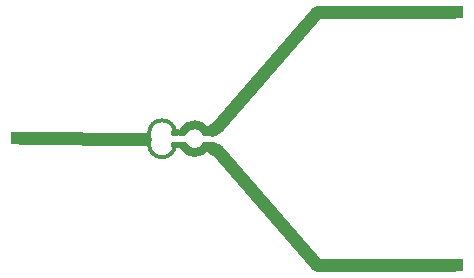
<source format=gbr>
%TF.GenerationSoftware,KiCad,Pcbnew,9.0.4*%
%TF.CreationDate,2025-10-22T15:59:13-07:00*%
%TF.ProjectId,test,74657374-2e6b-4696-9361-645f70636258,rev?*%
%TF.SameCoordinates,Original*%
%TF.FileFunction,Copper,L1,Top*%
%TF.FilePolarity,Positive*%
%FSLAX46Y46*%
G04 Gerber Fmt 4.6, Leading zero omitted, Abs format (unit mm)*
G04 Created by KiCad (PCBNEW 9.0.4) date 2025-10-22 15:59:13*
%MOMM*%
%LPD*%
G01*
G04 APERTURE LIST*
G04 Aperture macros list*
%AMRoundRect*
0 Rectangle with rounded corners*
0 $1 Rounding radius*
0 $2 $3 $4 $5 $6 $7 $8 $9 X,Y pos of 4 corners*
0 Add a 4 corners polygon primitive as box body*
4,1,4,$2,$3,$4,$5,$6,$7,$8,$9,$2,$3,0*
0 Add four circle primitives for the rounded corners*
1,1,$1+$1,$2,$3*
1,1,$1+$1,$4,$5*
1,1,$1+$1,$6,$7*
1,1,$1+$1,$8,$9*
0 Add four rect primitives between the rounded corners*
20,1,$1+$1,$2,$3,$4,$5,0*
20,1,$1+$1,$4,$5,$6,$7,0*
20,1,$1+$1,$6,$7,$8,$9,0*
20,1,$1+$1,$8,$9,$2,$3,0*%
G04 Aperture macros list end*
%TA.AperFunction,EtchedComponent*%
%ADD10C,0.540004*%
%TD*%
%TA.AperFunction,EtchedComponent*%
%ADD11C,1.066800*%
%TD*%
%TA.AperFunction,EtchedComponent*%
%ADD12C,0.076200*%
%TD*%
%TA.AperFunction,EtchedComponent*%
%ADD13C,0.367792*%
%TD*%
%TA.AperFunction,EtchedComponent*%
%ADD14C,0.774446*%
%TD*%
%TA.AperFunction,SMDPad,CuDef*%
%ADD15R,1.066800X1.066800*%
%TD*%
%TA.AperFunction,SMDPad,CuDef*%
%ADD16C,1.066800*%
%TD*%
%TA.AperFunction,SMDPad,CuDef*%
%ADD17RoundRect,0.135001X-0.185039X-0.135001X0.185039X-0.135001X0.185039X0.135001X-0.185039X0.135001X0*%
%TD*%
%TA.AperFunction,SMDPad,CuDef*%
%ADD18R,1.524000X1.066800*%
%TD*%
%TA.AperFunction,Conductor*%
%ADD19C,1.066800*%
%TD*%
G04 APERTURE END LIST*
D10*
%TO.C,WPD1*%
X193268600Y-76332080D02*
X194050602Y-76360020D01*
X193268600Y-77398880D02*
X194005200Y-77373480D01*
D11*
X196850000Y-75879960D02*
X196453760Y-76090780D01*
X196850000Y-77851000D02*
X196453760Y-77640180D01*
D12*
X195995290Y-75783440D02*
X196449950Y-75783440D01*
X196449950Y-76586080D01*
X195995290Y-76586080D01*
X195995290Y-75783440D01*
%TA.AperFunction,EtchedComponent*%
G36*
X195995290Y-75783440D02*
G01*
X196449950Y-75783440D01*
X196449950Y-76586080D01*
X195995290Y-76586080D01*
X195995290Y-75783440D01*
G37*
%TD.AperFunction*%
X195995290Y-77144880D02*
X196449950Y-77144880D01*
X196449950Y-77947520D01*
X195995290Y-77947520D01*
X195995290Y-77144880D01*
%TA.AperFunction,EtchedComponent*%
G36*
X195995290Y-77144880D02*
G01*
X196449950Y-77144880D01*
X196449950Y-77947520D01*
X195995290Y-77947520D01*
X195995290Y-77144880D01*
G37*
%TD.AperFunction*%
D13*
X191110720Y-76408280D02*
G75*
G02*
X193319402Y-76408280I1104341J0D01*
G01*
X193319400Y-77322680D02*
G75*
G02*
X191110722Y-77322680I-1104339J0D01*
G01*
D14*
X194026663Y-76238227D02*
G75*
G02*
X195946892Y-76238226I960115J-554322D01*
G01*
X195946893Y-77492733D02*
G75*
G02*
X194026667Y-77492732I-960113J554323D01*
G01*
%TD*%
D15*
%TO.P,WPD1,1,In*%
%TO.N,Net-(U1-port1)*%
X190762486Y-76865480D03*
D16*
%TO.P,WPD1,2,PD1*%
%TO.N,Net-(U2-port2)*%
X196850000Y-75879960D03*
%TO.P,WPD1,3,PD2*%
%TO.N,Net-(U3-port2)*%
X196850000Y-77851000D03*
D17*
%TO.P,WPD1,4,R1*%
%TO.N,unconnected-(WPD1-R1-Pad4)*%
X193319400Y-76355448D03*
%TO.P,WPD1,5,R1*%
%TO.N,unconnected-(WPD1-R1-Pad5)*%
X193319400Y-77375512D03*
%TO.P,WPD1,6,R2*%
%TO.N,unconnected-(WPD1-R2-Pad6)*%
X195946893Y-76355448D03*
%TO.P,WPD1,7,R2*%
%TO.N,unconnected-(WPD1-R2-Pad7)*%
X195946893Y-77375512D03*
%TD*%
D18*
%TO.P,U1,1,port1*%
%TO.N,Net-(U1-port1)*%
X180213000Y-76835000D03*
%TD*%
%TO.P,U2,1,port2*%
%TO.N,Net-(U2-port2)*%
X216924486Y-66172080D03*
%TD*%
%TO.P,U3,1,port2*%
%TO.N,Net-(U3-port2)*%
X216924486Y-87558880D03*
%TD*%
D19*
%TO.N,Net-(U3-port2)*%
X196850000Y-77851000D02*
X205359000Y-87563960D01*
X205359000Y-87563960D02*
X216924486Y-87558880D01*
%TO.N,Net-(U2-port2)*%
X205359000Y-66167000D02*
X216924486Y-66172080D01*
X196850000Y-75879960D02*
X205359000Y-66167000D01*
%TO.N,Net-(U1-port1)*%
X190762486Y-76865480D02*
X180213000Y-76835000D01*
%TD*%
M02*

</source>
